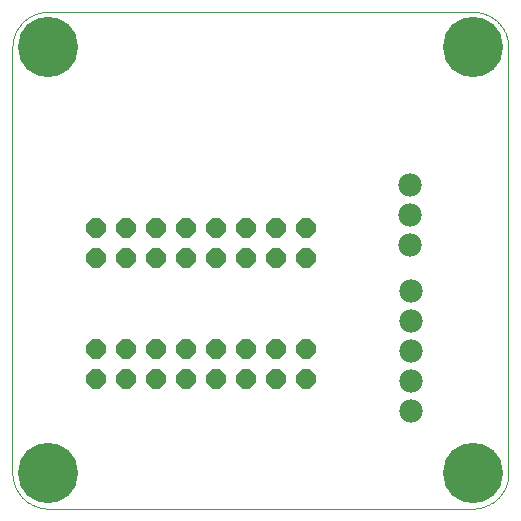
<source format=gts>
G75*
%MOIN*%
%OFA0B0*%
%FSLAX25Y25*%
%IPPOS*%
%LPD*%
%AMOC8*
5,1,8,0,0,1.08239X$1,22.5*
%
%ADD10C,0.00000*%
%ADD11OC8,0.06400*%
%ADD12C,0.07800*%
%ADD13C,0.20085*%
D10*
X0012831Y0001000D02*
X0154563Y0001000D01*
X0154563Y0000999D02*
X0154851Y0001005D01*
X0155139Y0001018D01*
X0155426Y0001038D01*
X0155712Y0001065D01*
X0155998Y0001098D01*
X0156283Y0001139D01*
X0156567Y0001186D01*
X0156850Y0001240D01*
X0157131Y0001301D01*
X0157411Y0001369D01*
X0157689Y0001444D01*
X0157965Y0001525D01*
X0158239Y0001613D01*
X0158511Y0001707D01*
X0158780Y0001808D01*
X0159047Y0001916D01*
X0159312Y0002030D01*
X0159573Y0002150D01*
X0159831Y0002277D01*
X0160087Y0002409D01*
X0160339Y0002548D01*
X0160588Y0002693D01*
X0160833Y0002844D01*
X0161074Y0003001D01*
X0161311Y0003164D01*
X0161545Y0003332D01*
X0161774Y0003506D01*
X0161999Y0003685D01*
X0162220Y0003870D01*
X0162436Y0004060D01*
X0162648Y0004255D01*
X0162854Y0004455D01*
X0163056Y0004660D01*
X0163253Y0004870D01*
X0163445Y0005085D01*
X0163631Y0005304D01*
X0163812Y0005528D01*
X0163988Y0005756D01*
X0164158Y0005988D01*
X0164322Y0006225D01*
X0164481Y0006465D01*
X0164634Y0006709D01*
X0164781Y0006956D01*
X0164921Y0007207D01*
X0165056Y0007461D01*
X0165185Y0007719D01*
X0165307Y0007980D01*
X0165423Y0008243D01*
X0165532Y0008509D01*
X0165636Y0008778D01*
X0165732Y0009049D01*
X0165822Y0009322D01*
X0165905Y0009598D01*
X0165982Y0009875D01*
X0166052Y0010154D01*
X0166115Y0010435D01*
X0166172Y0010717D01*
X0166221Y0011001D01*
X0166264Y0011286D01*
X0166300Y0011571D01*
X0166328Y0011858D01*
X0166350Y0012144D01*
X0166365Y0012432D01*
X0166373Y0012720D01*
X0166375Y0013007D01*
X0166374Y0013008D02*
X0166374Y0154740D01*
X0166371Y0155025D01*
X0166360Y0155311D01*
X0166343Y0155596D01*
X0166319Y0155880D01*
X0166288Y0156164D01*
X0166250Y0156447D01*
X0166205Y0156728D01*
X0166154Y0157009D01*
X0166096Y0157289D01*
X0166031Y0157567D01*
X0165959Y0157843D01*
X0165881Y0158117D01*
X0165796Y0158390D01*
X0165704Y0158660D01*
X0165606Y0158928D01*
X0165502Y0159194D01*
X0165391Y0159457D01*
X0165274Y0159717D01*
X0165151Y0159975D01*
X0165021Y0160229D01*
X0164885Y0160480D01*
X0164744Y0160728D01*
X0164596Y0160972D01*
X0164443Y0161213D01*
X0164283Y0161449D01*
X0164118Y0161682D01*
X0163948Y0161911D01*
X0163772Y0162136D01*
X0163590Y0162356D01*
X0163404Y0162572D01*
X0163212Y0162783D01*
X0163015Y0162990D01*
X0162813Y0163192D01*
X0162606Y0163389D01*
X0162395Y0163581D01*
X0162179Y0163767D01*
X0161959Y0163949D01*
X0161734Y0164125D01*
X0161505Y0164295D01*
X0161272Y0164460D01*
X0161036Y0164620D01*
X0160795Y0164773D01*
X0160551Y0164921D01*
X0160303Y0165062D01*
X0160052Y0165198D01*
X0159798Y0165328D01*
X0159540Y0165451D01*
X0159280Y0165568D01*
X0159017Y0165679D01*
X0158751Y0165783D01*
X0158483Y0165881D01*
X0158213Y0165973D01*
X0157940Y0166058D01*
X0157666Y0166136D01*
X0157390Y0166208D01*
X0157112Y0166273D01*
X0156832Y0166331D01*
X0156551Y0166382D01*
X0156270Y0166427D01*
X0155987Y0166465D01*
X0155703Y0166496D01*
X0155419Y0166520D01*
X0155134Y0166537D01*
X0154848Y0166548D01*
X0154563Y0166551D01*
X0012831Y0166551D01*
X0012546Y0166548D01*
X0012260Y0166537D01*
X0011975Y0166520D01*
X0011691Y0166496D01*
X0011407Y0166465D01*
X0011124Y0166427D01*
X0010843Y0166382D01*
X0010562Y0166331D01*
X0010282Y0166273D01*
X0010004Y0166208D01*
X0009728Y0166136D01*
X0009454Y0166058D01*
X0009181Y0165973D01*
X0008911Y0165881D01*
X0008643Y0165783D01*
X0008377Y0165679D01*
X0008114Y0165568D01*
X0007854Y0165451D01*
X0007596Y0165328D01*
X0007342Y0165198D01*
X0007091Y0165062D01*
X0006843Y0164921D01*
X0006599Y0164773D01*
X0006358Y0164620D01*
X0006122Y0164460D01*
X0005889Y0164295D01*
X0005660Y0164125D01*
X0005435Y0163949D01*
X0005215Y0163767D01*
X0004999Y0163581D01*
X0004788Y0163389D01*
X0004581Y0163192D01*
X0004379Y0162990D01*
X0004182Y0162783D01*
X0003990Y0162572D01*
X0003804Y0162356D01*
X0003622Y0162136D01*
X0003446Y0161911D01*
X0003276Y0161682D01*
X0003111Y0161449D01*
X0002951Y0161213D01*
X0002798Y0160972D01*
X0002650Y0160728D01*
X0002509Y0160480D01*
X0002373Y0160229D01*
X0002243Y0159975D01*
X0002120Y0159717D01*
X0002003Y0159457D01*
X0001892Y0159194D01*
X0001788Y0158928D01*
X0001690Y0158660D01*
X0001598Y0158390D01*
X0001513Y0158117D01*
X0001435Y0157843D01*
X0001363Y0157567D01*
X0001298Y0157289D01*
X0001240Y0157009D01*
X0001189Y0156728D01*
X0001144Y0156447D01*
X0001106Y0156164D01*
X0001075Y0155880D01*
X0001051Y0155596D01*
X0001034Y0155311D01*
X0001023Y0155025D01*
X0001020Y0154740D01*
X0001020Y0013008D01*
X0001019Y0013007D02*
X0001021Y0012720D01*
X0001029Y0012432D01*
X0001044Y0012144D01*
X0001066Y0011858D01*
X0001094Y0011571D01*
X0001130Y0011286D01*
X0001173Y0011001D01*
X0001222Y0010717D01*
X0001279Y0010435D01*
X0001342Y0010154D01*
X0001412Y0009875D01*
X0001489Y0009598D01*
X0001572Y0009322D01*
X0001662Y0009049D01*
X0001758Y0008778D01*
X0001862Y0008509D01*
X0001971Y0008243D01*
X0002087Y0007980D01*
X0002209Y0007719D01*
X0002338Y0007461D01*
X0002473Y0007207D01*
X0002613Y0006956D01*
X0002760Y0006709D01*
X0002913Y0006465D01*
X0003072Y0006225D01*
X0003236Y0005988D01*
X0003406Y0005756D01*
X0003582Y0005528D01*
X0003763Y0005304D01*
X0003949Y0005085D01*
X0004141Y0004870D01*
X0004338Y0004660D01*
X0004540Y0004455D01*
X0004746Y0004255D01*
X0004958Y0004060D01*
X0005174Y0003870D01*
X0005395Y0003685D01*
X0005620Y0003506D01*
X0005849Y0003332D01*
X0006083Y0003164D01*
X0006320Y0003001D01*
X0006561Y0002844D01*
X0006806Y0002693D01*
X0007055Y0002548D01*
X0007307Y0002409D01*
X0007563Y0002277D01*
X0007821Y0002150D01*
X0008082Y0002030D01*
X0008347Y0001916D01*
X0008614Y0001808D01*
X0008883Y0001707D01*
X0009155Y0001613D01*
X0009429Y0001525D01*
X0009705Y0001444D01*
X0009983Y0001369D01*
X0010263Y0001301D01*
X0010544Y0001240D01*
X0010827Y0001186D01*
X0011111Y0001139D01*
X0011396Y0001098D01*
X0011682Y0001065D01*
X0011968Y0001038D01*
X0012255Y0001018D01*
X0012543Y0001005D01*
X0012831Y0000999D01*
D11*
X0029012Y0044031D03*
X0039012Y0044031D03*
X0049012Y0044031D03*
X0059012Y0044031D03*
X0069012Y0044031D03*
X0079012Y0044031D03*
X0089012Y0044031D03*
X0099012Y0044031D03*
X0099012Y0054031D03*
X0089012Y0054031D03*
X0079012Y0054031D03*
X0069012Y0054031D03*
X0059012Y0054031D03*
X0049012Y0054031D03*
X0039012Y0054031D03*
X0029012Y0054031D03*
X0029012Y0084386D03*
X0029012Y0094386D03*
X0039012Y0094386D03*
X0039012Y0084386D03*
X0049012Y0084386D03*
X0049012Y0094386D03*
X0059012Y0094386D03*
X0059012Y0084386D03*
X0069012Y0084386D03*
X0069012Y0094386D03*
X0079012Y0094386D03*
X0079012Y0084386D03*
X0089012Y0084386D03*
X0089012Y0094386D03*
X0099012Y0094386D03*
X0099012Y0084386D03*
D12*
X0133697Y0088795D03*
X0133697Y0098795D03*
X0133697Y0108795D03*
X0133894Y0073677D03*
X0133894Y0063677D03*
X0133894Y0053677D03*
X0133894Y0043677D03*
X0133894Y0033677D03*
D13*
X0154563Y0013008D03*
X0154563Y0154740D03*
X0012831Y0154740D03*
X0012831Y0013008D03*
M02*

</source>
